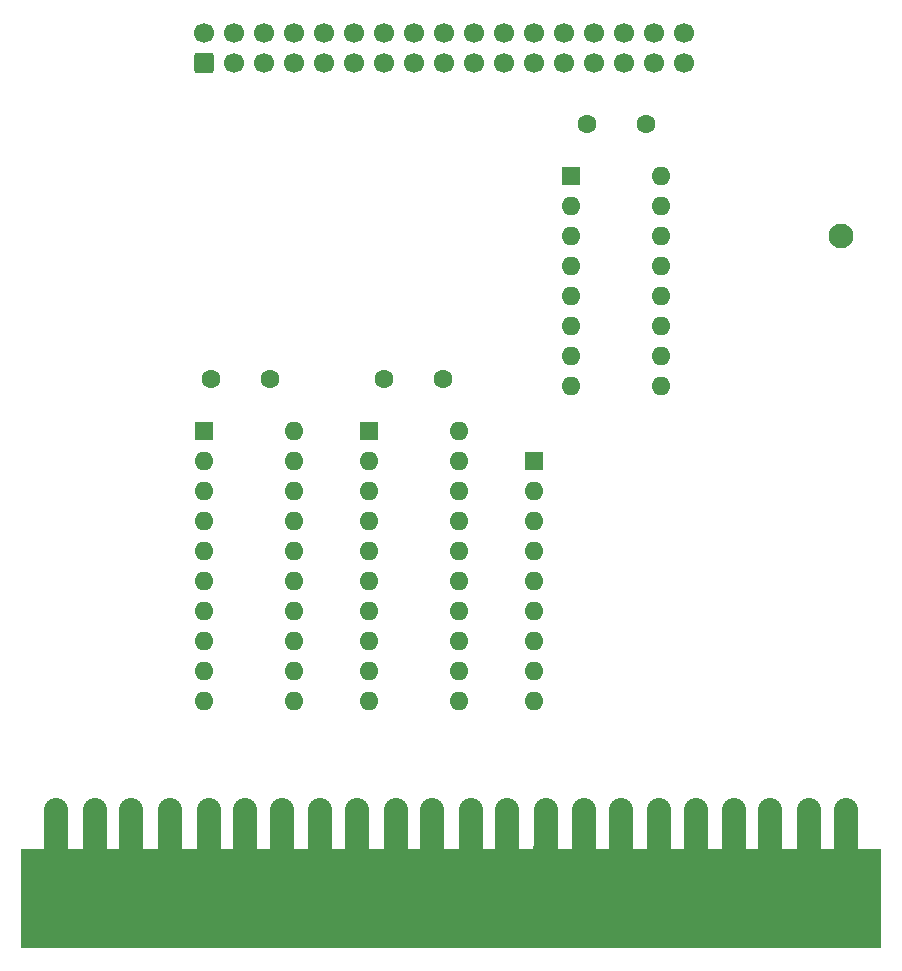
<source format=gbr>
%TF.GenerationSoftware,KiCad,Pcbnew,(6.0.6)*%
%TF.CreationDate,2022-07-31T20:56:31+02:00*%
%TF.ProjectId,SF-7326,53462d37-3332-4362-9e6b-696361645f70,rev?*%
%TF.SameCoordinates,Original*%
%TF.FileFunction,Soldermask,Top*%
%TF.FilePolarity,Negative*%
%FSLAX46Y46*%
G04 Gerber Fmt 4.6, Leading zero omitted, Abs format (unit mm)*
G04 Created by KiCad (PCBNEW (6.0.6)) date 2022-07-31 20:56:31*
%MOMM*%
%LPD*%
G01*
G04 APERTURE LIST*
G04 Aperture macros list*
%AMRoundRect*
0 Rectangle with rounded corners*
0 $1 Rounding radius*
0 $2 $3 $4 $5 $6 $7 $8 $9 X,Y pos of 4 corners*
0 Add a 4 corners polygon primitive as box body*
4,1,4,$2,$3,$4,$5,$6,$7,$8,$9,$2,$3,0*
0 Add four circle primitives for the rounded corners*
1,1,$1+$1,$2,$3*
1,1,$1+$1,$4,$5*
1,1,$1+$1,$6,$7*
1,1,$1+$1,$8,$9*
0 Add four rect primitives between the rounded corners*
20,1,$1+$1,$2,$3,$4,$5,0*
20,1,$1+$1,$4,$5,$6,$7,0*
20,1,$1+$1,$6,$7,$8,$9,0*
20,1,$1+$1,$8,$9,$2,$3,0*%
G04 Aperture macros list end*
%ADD10C,2.100000*%
%ADD11C,1.600000*%
%ADD12R,1.600000X1.600000*%
%ADD13O,1.600000X1.600000*%
%ADD14RoundRect,0.250000X0.600000X-0.600000X0.600000X0.600000X-0.600000X0.600000X-0.600000X-0.600000X0*%
%ADD15C,1.700000*%
%ADD16O,2.032000X5.080000*%
G04 APERTURE END LIST*
%TO.C,CON1*%
G36*
X110634940Y-122235800D02*
G01*
X108531820Y-122235800D01*
X108531820Y-115334620D01*
X110634940Y-115334620D01*
X110634940Y-122235800D01*
G37*
G36*
X126535350Y-122235800D02*
G01*
X124429690Y-122235800D01*
X124429690Y-115334620D01*
X126535350Y-115334620D01*
X126535350Y-122235800D01*
G37*
G36*
X94734550Y-122235800D02*
G01*
X92631420Y-122235800D01*
X92631420Y-115334620D01*
X94734550Y-115334620D01*
X94734550Y-122235800D01*
G37*
G36*
X123355260Y-122235800D02*
G01*
X121252140Y-122235800D01*
X121252140Y-115334620D01*
X123355260Y-115334620D01*
X123355260Y-122235800D01*
G37*
G36*
X85194300Y-122235800D02*
G01*
X83091190Y-122235800D01*
X83091190Y-115334620D01*
X85194300Y-115334620D01*
X85194300Y-122235800D01*
G37*
G36*
X129712890Y-122235800D02*
G01*
X127609760Y-122235800D01*
X127609760Y-115334620D01*
X129712890Y-115334620D01*
X129712890Y-122235800D01*
G37*
G36*
X97914620Y-122235800D02*
G01*
X95811500Y-122235800D01*
X95811500Y-115334620D01*
X97914620Y-115334620D01*
X97914620Y-122235800D01*
G37*
G36*
X101094710Y-122235800D02*
G01*
X98991590Y-122235800D01*
X98991590Y-115334620D01*
X101094710Y-115334620D01*
X101094710Y-122235800D01*
G37*
G36*
X113815030Y-122235800D02*
G01*
X111711910Y-122235800D01*
X111711910Y-115334620D01*
X113815030Y-115334620D01*
X113815030Y-122235800D01*
G37*
G36*
X142433210Y-122235800D02*
G01*
X140330090Y-122235800D01*
X140330090Y-115334620D01*
X142433210Y-115334620D01*
X142433210Y-122235800D01*
G37*
G36*
X107454870Y-122235800D02*
G01*
X105351750Y-122235800D01*
X105351750Y-115334620D01*
X107454870Y-115334620D01*
X107454870Y-122235800D01*
G37*
G36*
X75654070Y-122235800D02*
G01*
X73550940Y-122235800D01*
X73550940Y-116096620D01*
X75654070Y-116096620D01*
X75654070Y-122235800D01*
G37*
G36*
X91554460Y-122235800D02*
G01*
X89451350Y-122235800D01*
X89451350Y-115334620D01*
X91554460Y-115334620D01*
X91554460Y-122235800D01*
G37*
G36*
X88374390Y-122235800D02*
G01*
X86271260Y-122235800D01*
X86271260Y-115334620D01*
X88374390Y-115334620D01*
X88374390Y-122235800D01*
G37*
G36*
X132892960Y-122235800D02*
G01*
X130789850Y-122235800D01*
X130789850Y-115334620D01*
X132892960Y-115334620D01*
X132892960Y-122235800D01*
G37*
G36*
X116995100Y-122235800D02*
G01*
X114891980Y-122235800D01*
X114891980Y-115080620D01*
X116995100Y-115080620D01*
X116995100Y-122235800D01*
G37*
G36*
X136073050Y-122235800D02*
G01*
X133969920Y-122235800D01*
X133969920Y-115334620D01*
X136073050Y-115334620D01*
X136073050Y-122235800D01*
G37*
G36*
X144325500Y-123736930D02*
G01*
X71554500Y-123736930D01*
X71554500Y-115377800D01*
X144325500Y-115377800D01*
X144325500Y-123736930D01*
G37*
G36*
X120175190Y-122235800D02*
G01*
X118072070Y-122235800D01*
X118072070Y-115334620D01*
X120175190Y-115334620D01*
X120175190Y-122235800D01*
G37*
G36*
X104274780Y-122235800D02*
G01*
X102171660Y-122235800D01*
X102171660Y-115334620D01*
X104274780Y-115334620D01*
X104274780Y-122235800D01*
G37*
G36*
X78834140Y-122235800D02*
G01*
X76731030Y-122235800D01*
X76731030Y-115334620D01*
X78834140Y-115334620D01*
X78834140Y-122235800D01*
G37*
G36*
X139253120Y-122235800D02*
G01*
X137150000Y-122235800D01*
X137150000Y-115334620D01*
X139253120Y-115334620D01*
X139253120Y-122235800D01*
G37*
G36*
X82014230Y-122235800D02*
G01*
X79911100Y-122235800D01*
X79911100Y-115334620D01*
X82014230Y-115334620D01*
X82014230Y-122235800D01*
G37*
%TD*%
D10*
%TO.C,GND*%
X140970000Y-63500000D03*
%TD*%
D11*
%TO.C,C1*%
X87630000Y-75565000D03*
X92630000Y-75565000D03*
%TD*%
D12*
%TO.C,U28*%
X100975000Y-80015000D03*
D13*
X100975000Y-82555000D03*
X100975000Y-85095000D03*
X100975000Y-87635000D03*
X100975000Y-90175000D03*
X100975000Y-92715000D03*
X100975000Y-95255000D03*
X100975000Y-97795000D03*
X100975000Y-100335000D03*
X100975000Y-102875000D03*
X108595000Y-102875000D03*
X108595000Y-100335000D03*
X108595000Y-97795000D03*
X108595000Y-95255000D03*
X108595000Y-92715000D03*
X108595000Y-90175000D03*
X108595000Y-87635000D03*
X108595000Y-85095000D03*
X108595000Y-82555000D03*
X108595000Y-80015000D03*
%TD*%
D11*
%TO.C,C2*%
X102275000Y-75565000D03*
X107275000Y-75565000D03*
%TD*%
D14*
%TO.C,J2*%
X86985000Y-48843900D03*
D15*
X86985000Y-46303900D03*
X89525000Y-48843900D03*
X89525000Y-46303900D03*
X92065000Y-48843900D03*
X92065000Y-46303900D03*
X94605000Y-48843900D03*
X94605000Y-46303900D03*
X97145000Y-48843900D03*
X97145000Y-46303900D03*
X99685000Y-48843900D03*
X99685000Y-46303900D03*
X102225000Y-48843900D03*
X102225000Y-46303900D03*
X104765000Y-48843900D03*
X104765000Y-46303900D03*
X107305000Y-48843900D03*
X107305000Y-46303900D03*
X109845000Y-48843900D03*
X109845000Y-46303900D03*
X112385000Y-48843900D03*
X112385000Y-46303900D03*
X114925000Y-48843900D03*
X114925000Y-46303900D03*
X117465000Y-48843900D03*
X117465000Y-46303900D03*
X120005000Y-48843900D03*
X120005000Y-46303900D03*
X122545000Y-48843900D03*
X122545000Y-46303900D03*
X125085000Y-48843900D03*
X125085000Y-46303900D03*
X127625000Y-48843900D03*
X127625000Y-46303900D03*
%TD*%
D11*
%TO.C,C3*%
X119420000Y-53975000D03*
X124420000Y-53975000D03*
%TD*%
D12*
%TO.C,U30*%
X118120000Y-58410000D03*
D13*
X118120000Y-60950000D03*
X118120000Y-63490000D03*
X118120000Y-66030000D03*
X118120000Y-68570000D03*
X118120000Y-71110000D03*
X118120000Y-73650000D03*
X118120000Y-76190000D03*
X125740000Y-76190000D03*
X125740000Y-73650000D03*
X125740000Y-71110000D03*
X125740000Y-68570000D03*
X125740000Y-66030000D03*
X125740000Y-63490000D03*
X125740000Y-60950000D03*
X125740000Y-58410000D03*
%TD*%
D12*
%TO.C,RN1*%
X114935000Y-82550000D03*
D13*
X114935000Y-85090000D03*
X114935000Y-87630000D03*
X114935000Y-90170000D03*
X114935000Y-92710000D03*
X114935000Y-95250000D03*
X114935000Y-97790000D03*
X114935000Y-100330000D03*
X114935000Y-102870000D03*
%TD*%
D16*
%TO.C,CON1*%
X74475500Y-113599800D03*
X77777500Y-113599800D03*
X80825500Y-113599800D03*
X84127500Y-113599800D03*
X87429500Y-113599800D03*
X90477500Y-113599800D03*
X93636531Y-113599800D03*
X96827500Y-113599800D03*
X99986531Y-113599800D03*
X103288531Y-113599800D03*
X106336530Y-113599800D03*
X109638531Y-113599800D03*
X112686531Y-113599800D03*
X115988531Y-113599800D03*
X119179500Y-113599800D03*
X122338531Y-113599800D03*
X125529500Y-113599800D03*
X128688531Y-113599800D03*
X131879500Y-113599800D03*
X134927500Y-113599800D03*
X138229500Y-113599800D03*
X141388523Y-113599800D03*
X74475500Y-113599800D03*
X77777500Y-113599800D03*
X80825500Y-113599800D03*
X84127500Y-113599800D03*
X87429500Y-113599800D03*
X90477500Y-113599800D03*
X93636531Y-113599800D03*
X96827500Y-113599800D03*
X99986531Y-113599800D03*
X103288531Y-113599800D03*
X106336530Y-113599800D03*
X109638531Y-113599800D03*
X112686531Y-113599800D03*
X115988531Y-113599800D03*
X119179500Y-113599800D03*
X122338531Y-113599800D03*
X125529500Y-113599800D03*
X128688531Y-113599800D03*
X131879500Y-113599800D03*
X134927500Y-113599800D03*
X138229500Y-113599800D03*
X141388523Y-113599800D03*
%TD*%
D12*
%TO.C,U27*%
X87005000Y-80015000D03*
D13*
X87005000Y-82555000D03*
X87005000Y-85095000D03*
X87005000Y-87635000D03*
X87005000Y-90175000D03*
X87005000Y-92715000D03*
X87005000Y-95255000D03*
X87005000Y-97795000D03*
X87005000Y-100335000D03*
X87005000Y-102875000D03*
X94625000Y-102875000D03*
X94625000Y-100335000D03*
X94625000Y-97795000D03*
X94625000Y-95255000D03*
X94625000Y-92715000D03*
X94625000Y-90175000D03*
X94625000Y-87635000D03*
X94625000Y-85095000D03*
X94625000Y-82555000D03*
X94625000Y-80015000D03*
%TD*%
M02*

</source>
